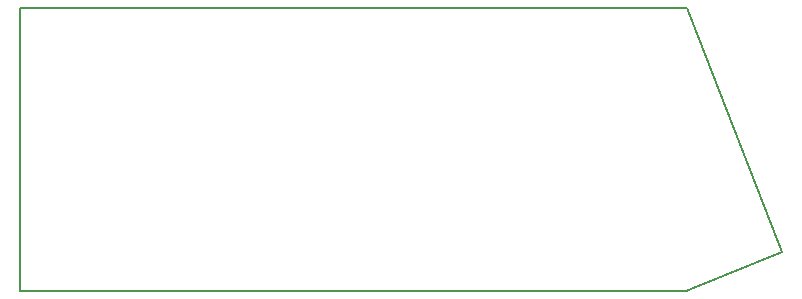
<source format=gbr>
G04 #@! TF.GenerationSoftware,KiCad,Pcbnew,(5.0.2)-1*
G04 #@! TF.CreationDate,2021-01-03T19:43:26+01:00*
G04 #@! TF.ProjectId,Radmesser,5261646d-6573-4736-9572-2e6b69636164,rev?*
G04 #@! TF.SameCoordinates,Original*
G04 #@! TF.FileFunction,Profile,NP*
%FSLAX46Y46*%
G04 Gerber Fmt 4.6, Leading zero omitted, Abs format (unit mm)*
G04 Created by KiCad (PCBNEW (5.0.2)-1) date 03.01.2021 19:43:26*
%MOMM*%
%LPD*%
G01*
G04 APERTURE LIST*
%ADD10C,0.150000*%
G04 APERTURE END LIST*
D10*
X199898000Y-104140000D02*
X208026000Y-100838000D01*
X143510000Y-104150000D02*
X143510000Y-80150000D01*
X200000000Y-104140000D02*
X143510000Y-104150000D01*
X200000000Y-80150000D02*
X208026000Y-100838000D01*
X143510000Y-80150000D02*
X200000000Y-80150000D01*
M02*

</source>
